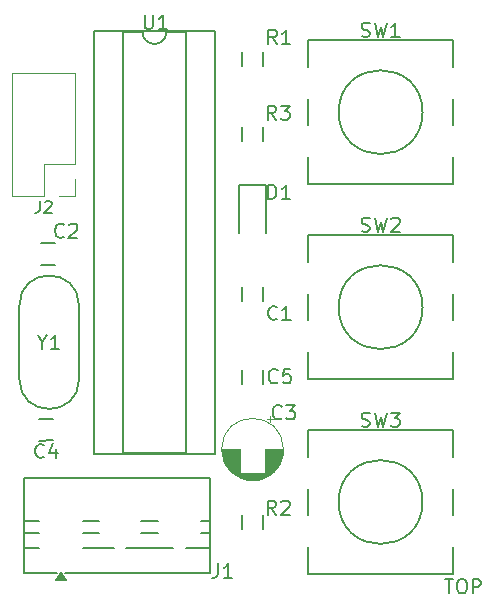
<source format=gbr>
%TF.GenerationSoftware,KiCad,Pcbnew,9.0.3*%
%TF.CreationDate,2025-07-13T15:08:49+05:30*%
%TF.ProjectId,lighting_pcb_tht,6c696768-7469-46e6-975f-7063625f7468,rev?*%
%TF.SameCoordinates,Original*%
%TF.FileFunction,Legend,Top*%
%TF.FilePolarity,Positive*%
%FSLAX46Y46*%
G04 Gerber Fmt 4.6, Leading zero omitted, Abs format (unit mm)*
G04 Created by KiCad (PCBNEW 9.0.3) date 2025-07-13 15:08:49*
%MOMM*%
%LPD*%
G01*
G04 APERTURE LIST*
%ADD10C,0.170000*%
%ADD11C,0.150000*%
%ADD12C,0.120000*%
G04 APERTURE END LIST*
D10*
X37296127Y-48054302D02*
X37981842Y-48054302D01*
X37638984Y-49254302D02*
X37638984Y-48054302D01*
X38610413Y-48054302D02*
X38838985Y-48054302D01*
X38838985Y-48054302D02*
X38953270Y-48111445D01*
X38953270Y-48111445D02*
X39067556Y-48225731D01*
X39067556Y-48225731D02*
X39124699Y-48454302D01*
X39124699Y-48454302D02*
X39124699Y-48854302D01*
X39124699Y-48854302D02*
X39067556Y-49082874D01*
X39067556Y-49082874D02*
X38953270Y-49197160D01*
X38953270Y-49197160D02*
X38838985Y-49254302D01*
X38838985Y-49254302D02*
X38610413Y-49254302D01*
X38610413Y-49254302D02*
X38496128Y-49197160D01*
X38496128Y-49197160D02*
X38381842Y-49082874D01*
X38381842Y-49082874D02*
X38324699Y-48854302D01*
X38324699Y-48854302D02*
X38324699Y-48454302D01*
X38324699Y-48454302D02*
X38381842Y-48225731D01*
X38381842Y-48225731D02*
X38496128Y-48111445D01*
X38496128Y-48111445D02*
X38610413Y-48054302D01*
X39638985Y-49254302D02*
X39638985Y-48054302D01*
X39638985Y-48054302D02*
X40096128Y-48054302D01*
X40096128Y-48054302D02*
X40210413Y-48111445D01*
X40210413Y-48111445D02*
X40267556Y-48168588D01*
X40267556Y-48168588D02*
X40324699Y-48282874D01*
X40324699Y-48282874D02*
X40324699Y-48454302D01*
X40324699Y-48454302D02*
X40267556Y-48568588D01*
X40267556Y-48568588D02*
X40210413Y-48625731D01*
X40210413Y-48625731D02*
X40096128Y-48682874D01*
X40096128Y-48682874D02*
X39638985Y-48682874D01*
X23040000Y-2728802D02*
X22640000Y-2157374D01*
X22354286Y-2728802D02*
X22354286Y-1528802D01*
X22354286Y-1528802D02*
X22811429Y-1528802D01*
X22811429Y-1528802D02*
X22925714Y-1585945D01*
X22925714Y-1585945D02*
X22982857Y-1643088D01*
X22982857Y-1643088D02*
X23040000Y-1757374D01*
X23040000Y-1757374D02*
X23040000Y-1928802D01*
X23040000Y-1928802D02*
X22982857Y-2043088D01*
X22982857Y-2043088D02*
X22925714Y-2100231D01*
X22925714Y-2100231D02*
X22811429Y-2157374D01*
X22811429Y-2157374D02*
X22354286Y-2157374D01*
X24182857Y-2728802D02*
X23497143Y-2728802D01*
X23840000Y-2728802D02*
X23840000Y-1528802D01*
X23840000Y-1528802D02*
X23725714Y-1700231D01*
X23725714Y-1700231D02*
X23611429Y-1814517D01*
X23611429Y-1814517D02*
X23497143Y-1871660D01*
X30250000Y-35079160D02*
X30421429Y-35136302D01*
X30421429Y-35136302D02*
X30707143Y-35136302D01*
X30707143Y-35136302D02*
X30821429Y-35079160D01*
X30821429Y-35079160D02*
X30878571Y-35022017D01*
X30878571Y-35022017D02*
X30935714Y-34907731D01*
X30935714Y-34907731D02*
X30935714Y-34793445D01*
X30935714Y-34793445D02*
X30878571Y-34679160D01*
X30878571Y-34679160D02*
X30821429Y-34622017D01*
X30821429Y-34622017D02*
X30707143Y-34564874D01*
X30707143Y-34564874D02*
X30478571Y-34507731D01*
X30478571Y-34507731D02*
X30364286Y-34450588D01*
X30364286Y-34450588D02*
X30307143Y-34393445D01*
X30307143Y-34393445D02*
X30250000Y-34279160D01*
X30250000Y-34279160D02*
X30250000Y-34164874D01*
X30250000Y-34164874D02*
X30307143Y-34050588D01*
X30307143Y-34050588D02*
X30364286Y-33993445D01*
X30364286Y-33993445D02*
X30478571Y-33936302D01*
X30478571Y-33936302D02*
X30764286Y-33936302D01*
X30764286Y-33936302D02*
X30935714Y-33993445D01*
X31335714Y-33936302D02*
X31621428Y-35136302D01*
X31621428Y-35136302D02*
X31850000Y-34279160D01*
X31850000Y-34279160D02*
X32078571Y-35136302D01*
X32078571Y-35136302D02*
X32364286Y-33936302D01*
X32707143Y-33936302D02*
X33450000Y-33936302D01*
X33450000Y-33936302D02*
X33050000Y-34393445D01*
X33050000Y-34393445D02*
X33221429Y-34393445D01*
X33221429Y-34393445D02*
X33335715Y-34450588D01*
X33335715Y-34450588D02*
X33392857Y-34507731D01*
X33392857Y-34507731D02*
X33450000Y-34622017D01*
X33450000Y-34622017D02*
X33450000Y-34907731D01*
X33450000Y-34907731D02*
X33392857Y-35022017D01*
X33392857Y-35022017D02*
X33335715Y-35079160D01*
X33335715Y-35079160D02*
X33221429Y-35136302D01*
X33221429Y-35136302D02*
X32878572Y-35136302D01*
X32878572Y-35136302D02*
X32764286Y-35079160D01*
X32764286Y-35079160D02*
X32707143Y-35022017D01*
X30250000Y-18569160D02*
X30421429Y-18626302D01*
X30421429Y-18626302D02*
X30707143Y-18626302D01*
X30707143Y-18626302D02*
X30821429Y-18569160D01*
X30821429Y-18569160D02*
X30878571Y-18512017D01*
X30878571Y-18512017D02*
X30935714Y-18397731D01*
X30935714Y-18397731D02*
X30935714Y-18283445D01*
X30935714Y-18283445D02*
X30878571Y-18169160D01*
X30878571Y-18169160D02*
X30821429Y-18112017D01*
X30821429Y-18112017D02*
X30707143Y-18054874D01*
X30707143Y-18054874D02*
X30478571Y-17997731D01*
X30478571Y-17997731D02*
X30364286Y-17940588D01*
X30364286Y-17940588D02*
X30307143Y-17883445D01*
X30307143Y-17883445D02*
X30250000Y-17769160D01*
X30250000Y-17769160D02*
X30250000Y-17654874D01*
X30250000Y-17654874D02*
X30307143Y-17540588D01*
X30307143Y-17540588D02*
X30364286Y-17483445D01*
X30364286Y-17483445D02*
X30478571Y-17426302D01*
X30478571Y-17426302D02*
X30764286Y-17426302D01*
X30764286Y-17426302D02*
X30935714Y-17483445D01*
X31335714Y-17426302D02*
X31621428Y-18626302D01*
X31621428Y-18626302D02*
X31850000Y-17769160D01*
X31850000Y-17769160D02*
X32078571Y-18626302D01*
X32078571Y-18626302D02*
X32364286Y-17426302D01*
X32764286Y-17540588D02*
X32821429Y-17483445D01*
X32821429Y-17483445D02*
X32935715Y-17426302D01*
X32935715Y-17426302D02*
X33221429Y-17426302D01*
X33221429Y-17426302D02*
X33335715Y-17483445D01*
X33335715Y-17483445D02*
X33392857Y-17540588D01*
X33392857Y-17540588D02*
X33450000Y-17654874D01*
X33450000Y-17654874D02*
X33450000Y-17769160D01*
X33450000Y-17769160D02*
X33392857Y-17940588D01*
X33392857Y-17940588D02*
X32707143Y-18626302D01*
X32707143Y-18626302D02*
X33450000Y-18626302D01*
X23460000Y-34402017D02*
X23402857Y-34459160D01*
X23402857Y-34459160D02*
X23231429Y-34516302D01*
X23231429Y-34516302D02*
X23117143Y-34516302D01*
X23117143Y-34516302D02*
X22945714Y-34459160D01*
X22945714Y-34459160D02*
X22831429Y-34344874D01*
X22831429Y-34344874D02*
X22774286Y-34230588D01*
X22774286Y-34230588D02*
X22717143Y-34002017D01*
X22717143Y-34002017D02*
X22717143Y-33830588D01*
X22717143Y-33830588D02*
X22774286Y-33602017D01*
X22774286Y-33602017D02*
X22831429Y-33487731D01*
X22831429Y-33487731D02*
X22945714Y-33373445D01*
X22945714Y-33373445D02*
X23117143Y-33316302D01*
X23117143Y-33316302D02*
X23231429Y-33316302D01*
X23231429Y-33316302D02*
X23402857Y-33373445D01*
X23402857Y-33373445D02*
X23460000Y-33430588D01*
X23860000Y-33316302D02*
X24602857Y-33316302D01*
X24602857Y-33316302D02*
X24202857Y-33773445D01*
X24202857Y-33773445D02*
X24374286Y-33773445D01*
X24374286Y-33773445D02*
X24488572Y-33830588D01*
X24488572Y-33830588D02*
X24545714Y-33887731D01*
X24545714Y-33887731D02*
X24602857Y-34002017D01*
X24602857Y-34002017D02*
X24602857Y-34287731D01*
X24602857Y-34287731D02*
X24545714Y-34402017D01*
X24545714Y-34402017D02*
X24488572Y-34459160D01*
X24488572Y-34459160D02*
X24374286Y-34516302D01*
X24374286Y-34516302D02*
X24031429Y-34516302D01*
X24031429Y-34516302D02*
X23917143Y-34459160D01*
X23917143Y-34459160D02*
X23860000Y-34402017D01*
D11*
X2996666Y-16034819D02*
X2996666Y-16749104D01*
X2996666Y-16749104D02*
X2949047Y-16891961D01*
X2949047Y-16891961D02*
X2853809Y-16987200D01*
X2853809Y-16987200D02*
X2710952Y-17034819D01*
X2710952Y-17034819D02*
X2615714Y-17034819D01*
X3425238Y-16130057D02*
X3472857Y-16082438D01*
X3472857Y-16082438D02*
X3568095Y-16034819D01*
X3568095Y-16034819D02*
X3806190Y-16034819D01*
X3806190Y-16034819D02*
X3901428Y-16082438D01*
X3901428Y-16082438D02*
X3949047Y-16130057D01*
X3949047Y-16130057D02*
X3996666Y-16225295D01*
X3996666Y-16225295D02*
X3996666Y-16320533D01*
X3996666Y-16320533D02*
X3949047Y-16463390D01*
X3949047Y-16463390D02*
X3377619Y-17034819D01*
X3377619Y-17034819D02*
X3996666Y-17034819D01*
D10*
X18070000Y-46716302D02*
X18070000Y-47573445D01*
X18070000Y-47573445D02*
X18012857Y-47744874D01*
X18012857Y-47744874D02*
X17898571Y-47859160D01*
X17898571Y-47859160D02*
X17727143Y-47916302D01*
X17727143Y-47916302D02*
X17612857Y-47916302D01*
X19270000Y-47916302D02*
X18584286Y-47916302D01*
X18927143Y-47916302D02*
X18927143Y-46716302D01*
X18927143Y-46716302D02*
X18812857Y-46887731D01*
X18812857Y-46887731D02*
X18698572Y-47002017D01*
X18698572Y-47002017D02*
X18584286Y-47059160D01*
X22344286Y-15848802D02*
X22344286Y-14648802D01*
X22344286Y-14648802D02*
X22630000Y-14648802D01*
X22630000Y-14648802D02*
X22801429Y-14705945D01*
X22801429Y-14705945D02*
X22915714Y-14820231D01*
X22915714Y-14820231D02*
X22972857Y-14934517D01*
X22972857Y-14934517D02*
X23030000Y-15163088D01*
X23030000Y-15163088D02*
X23030000Y-15334517D01*
X23030000Y-15334517D02*
X22972857Y-15563088D01*
X22972857Y-15563088D02*
X22915714Y-15677374D01*
X22915714Y-15677374D02*
X22801429Y-15791660D01*
X22801429Y-15791660D02*
X22630000Y-15848802D01*
X22630000Y-15848802D02*
X22344286Y-15848802D01*
X24172857Y-15848802D02*
X23487143Y-15848802D01*
X23830000Y-15848802D02*
X23830000Y-14648802D01*
X23830000Y-14648802D02*
X23715714Y-14820231D01*
X23715714Y-14820231D02*
X23601429Y-14934517D01*
X23601429Y-14934517D02*
X23487143Y-14991660D01*
X11865714Y-276302D02*
X11865714Y-1247731D01*
X11865714Y-1247731D02*
X11922857Y-1362017D01*
X11922857Y-1362017D02*
X11980000Y-1419160D01*
X11980000Y-1419160D02*
X12094285Y-1476302D01*
X12094285Y-1476302D02*
X12322857Y-1476302D01*
X12322857Y-1476302D02*
X12437142Y-1419160D01*
X12437142Y-1419160D02*
X12494285Y-1362017D01*
X12494285Y-1362017D02*
X12551428Y-1247731D01*
X12551428Y-1247731D02*
X12551428Y-276302D01*
X13751428Y-1476302D02*
X13065714Y-1476302D01*
X13408571Y-1476302D02*
X13408571Y-276302D01*
X13408571Y-276302D02*
X13294285Y-447731D01*
X13294285Y-447731D02*
X13180000Y-562017D01*
X13180000Y-562017D02*
X13065714Y-619160D01*
X23000000Y-42596302D02*
X22600000Y-42024874D01*
X22314286Y-42596302D02*
X22314286Y-41396302D01*
X22314286Y-41396302D02*
X22771429Y-41396302D01*
X22771429Y-41396302D02*
X22885714Y-41453445D01*
X22885714Y-41453445D02*
X22942857Y-41510588D01*
X22942857Y-41510588D02*
X23000000Y-41624874D01*
X23000000Y-41624874D02*
X23000000Y-41796302D01*
X23000000Y-41796302D02*
X22942857Y-41910588D01*
X22942857Y-41910588D02*
X22885714Y-41967731D01*
X22885714Y-41967731D02*
X22771429Y-42024874D01*
X22771429Y-42024874D02*
X22314286Y-42024874D01*
X23457143Y-41510588D02*
X23514286Y-41453445D01*
X23514286Y-41453445D02*
X23628572Y-41396302D01*
X23628572Y-41396302D02*
X23914286Y-41396302D01*
X23914286Y-41396302D02*
X24028572Y-41453445D01*
X24028572Y-41453445D02*
X24085714Y-41510588D01*
X24085714Y-41510588D02*
X24142857Y-41624874D01*
X24142857Y-41624874D02*
X24142857Y-41739160D01*
X24142857Y-41739160D02*
X24085714Y-41910588D01*
X24085714Y-41910588D02*
X23400000Y-42596302D01*
X23400000Y-42596302D02*
X24142857Y-42596302D01*
X5020000Y-19032017D02*
X4962857Y-19089160D01*
X4962857Y-19089160D02*
X4791429Y-19146302D01*
X4791429Y-19146302D02*
X4677143Y-19146302D01*
X4677143Y-19146302D02*
X4505714Y-19089160D01*
X4505714Y-19089160D02*
X4391429Y-18974874D01*
X4391429Y-18974874D02*
X4334286Y-18860588D01*
X4334286Y-18860588D02*
X4277143Y-18632017D01*
X4277143Y-18632017D02*
X4277143Y-18460588D01*
X4277143Y-18460588D02*
X4334286Y-18232017D01*
X4334286Y-18232017D02*
X4391429Y-18117731D01*
X4391429Y-18117731D02*
X4505714Y-18003445D01*
X4505714Y-18003445D02*
X4677143Y-17946302D01*
X4677143Y-17946302D02*
X4791429Y-17946302D01*
X4791429Y-17946302D02*
X4962857Y-18003445D01*
X4962857Y-18003445D02*
X5020000Y-18060588D01*
X5477143Y-18060588D02*
X5534286Y-18003445D01*
X5534286Y-18003445D02*
X5648572Y-17946302D01*
X5648572Y-17946302D02*
X5934286Y-17946302D01*
X5934286Y-17946302D02*
X6048572Y-18003445D01*
X6048572Y-18003445D02*
X6105714Y-18060588D01*
X6105714Y-18060588D02*
X6162857Y-18174874D01*
X6162857Y-18174874D02*
X6162857Y-18289160D01*
X6162857Y-18289160D02*
X6105714Y-18460588D01*
X6105714Y-18460588D02*
X5420000Y-19146302D01*
X5420000Y-19146302D02*
X6162857Y-19146302D01*
X23120000Y-31334517D02*
X23062857Y-31391660D01*
X23062857Y-31391660D02*
X22891429Y-31448802D01*
X22891429Y-31448802D02*
X22777143Y-31448802D01*
X22777143Y-31448802D02*
X22605714Y-31391660D01*
X22605714Y-31391660D02*
X22491429Y-31277374D01*
X22491429Y-31277374D02*
X22434286Y-31163088D01*
X22434286Y-31163088D02*
X22377143Y-30934517D01*
X22377143Y-30934517D02*
X22377143Y-30763088D01*
X22377143Y-30763088D02*
X22434286Y-30534517D01*
X22434286Y-30534517D02*
X22491429Y-30420231D01*
X22491429Y-30420231D02*
X22605714Y-30305945D01*
X22605714Y-30305945D02*
X22777143Y-30248802D01*
X22777143Y-30248802D02*
X22891429Y-30248802D01*
X22891429Y-30248802D02*
X23062857Y-30305945D01*
X23062857Y-30305945D02*
X23120000Y-30363088D01*
X24205714Y-30248802D02*
X23634286Y-30248802D01*
X23634286Y-30248802D02*
X23577143Y-30820231D01*
X23577143Y-30820231D02*
X23634286Y-30763088D01*
X23634286Y-30763088D02*
X23748572Y-30705945D01*
X23748572Y-30705945D02*
X24034286Y-30705945D01*
X24034286Y-30705945D02*
X24148572Y-30763088D01*
X24148572Y-30763088D02*
X24205714Y-30820231D01*
X24205714Y-30820231D02*
X24262857Y-30934517D01*
X24262857Y-30934517D02*
X24262857Y-31220231D01*
X24262857Y-31220231D02*
X24205714Y-31334517D01*
X24205714Y-31334517D02*
X24148572Y-31391660D01*
X24148572Y-31391660D02*
X24034286Y-31448802D01*
X24034286Y-31448802D02*
X23748572Y-31448802D01*
X23748572Y-31448802D02*
X23634286Y-31391660D01*
X23634286Y-31391660D02*
X23577143Y-31334517D01*
X23080000Y-25992017D02*
X23022857Y-26049160D01*
X23022857Y-26049160D02*
X22851429Y-26106302D01*
X22851429Y-26106302D02*
X22737143Y-26106302D01*
X22737143Y-26106302D02*
X22565714Y-26049160D01*
X22565714Y-26049160D02*
X22451429Y-25934874D01*
X22451429Y-25934874D02*
X22394286Y-25820588D01*
X22394286Y-25820588D02*
X22337143Y-25592017D01*
X22337143Y-25592017D02*
X22337143Y-25420588D01*
X22337143Y-25420588D02*
X22394286Y-25192017D01*
X22394286Y-25192017D02*
X22451429Y-25077731D01*
X22451429Y-25077731D02*
X22565714Y-24963445D01*
X22565714Y-24963445D02*
X22737143Y-24906302D01*
X22737143Y-24906302D02*
X22851429Y-24906302D01*
X22851429Y-24906302D02*
X23022857Y-24963445D01*
X23022857Y-24963445D02*
X23080000Y-25020588D01*
X24222857Y-26106302D02*
X23537143Y-26106302D01*
X23880000Y-26106302D02*
X23880000Y-24906302D01*
X23880000Y-24906302D02*
X23765714Y-25077731D01*
X23765714Y-25077731D02*
X23651429Y-25192017D01*
X23651429Y-25192017D02*
X23537143Y-25249160D01*
X23000000Y-9148802D02*
X22600000Y-8577374D01*
X22314286Y-9148802D02*
X22314286Y-7948802D01*
X22314286Y-7948802D02*
X22771429Y-7948802D01*
X22771429Y-7948802D02*
X22885714Y-8005945D01*
X22885714Y-8005945D02*
X22942857Y-8063088D01*
X22942857Y-8063088D02*
X23000000Y-8177374D01*
X23000000Y-8177374D02*
X23000000Y-8348802D01*
X23000000Y-8348802D02*
X22942857Y-8463088D01*
X22942857Y-8463088D02*
X22885714Y-8520231D01*
X22885714Y-8520231D02*
X22771429Y-8577374D01*
X22771429Y-8577374D02*
X22314286Y-8577374D01*
X23400000Y-7948802D02*
X24142857Y-7948802D01*
X24142857Y-7948802D02*
X23742857Y-8405945D01*
X23742857Y-8405945D02*
X23914286Y-8405945D01*
X23914286Y-8405945D02*
X24028572Y-8463088D01*
X24028572Y-8463088D02*
X24085714Y-8520231D01*
X24085714Y-8520231D02*
X24142857Y-8634517D01*
X24142857Y-8634517D02*
X24142857Y-8920231D01*
X24142857Y-8920231D02*
X24085714Y-9034517D01*
X24085714Y-9034517D02*
X24028572Y-9091660D01*
X24028572Y-9091660D02*
X23914286Y-9148802D01*
X23914286Y-9148802D02*
X23571429Y-9148802D01*
X23571429Y-9148802D02*
X23457143Y-9091660D01*
X23457143Y-9091660D02*
X23400000Y-9034517D01*
X3347500Y-37682017D02*
X3290357Y-37739160D01*
X3290357Y-37739160D02*
X3118929Y-37796302D01*
X3118929Y-37796302D02*
X3004643Y-37796302D01*
X3004643Y-37796302D02*
X2833214Y-37739160D01*
X2833214Y-37739160D02*
X2718929Y-37624874D01*
X2718929Y-37624874D02*
X2661786Y-37510588D01*
X2661786Y-37510588D02*
X2604643Y-37282017D01*
X2604643Y-37282017D02*
X2604643Y-37110588D01*
X2604643Y-37110588D02*
X2661786Y-36882017D01*
X2661786Y-36882017D02*
X2718929Y-36767731D01*
X2718929Y-36767731D02*
X2833214Y-36653445D01*
X2833214Y-36653445D02*
X3004643Y-36596302D01*
X3004643Y-36596302D02*
X3118929Y-36596302D01*
X3118929Y-36596302D02*
X3290357Y-36653445D01*
X3290357Y-36653445D02*
X3347500Y-36710588D01*
X4376072Y-36996302D02*
X4376072Y-37796302D01*
X4090357Y-36539160D02*
X3804643Y-37396302D01*
X3804643Y-37396302D02*
X4547500Y-37396302D01*
X30250000Y-2079160D02*
X30421429Y-2136302D01*
X30421429Y-2136302D02*
X30707143Y-2136302D01*
X30707143Y-2136302D02*
X30821429Y-2079160D01*
X30821429Y-2079160D02*
X30878571Y-2022017D01*
X30878571Y-2022017D02*
X30935714Y-1907731D01*
X30935714Y-1907731D02*
X30935714Y-1793445D01*
X30935714Y-1793445D02*
X30878571Y-1679160D01*
X30878571Y-1679160D02*
X30821429Y-1622017D01*
X30821429Y-1622017D02*
X30707143Y-1564874D01*
X30707143Y-1564874D02*
X30478571Y-1507731D01*
X30478571Y-1507731D02*
X30364286Y-1450588D01*
X30364286Y-1450588D02*
X30307143Y-1393445D01*
X30307143Y-1393445D02*
X30250000Y-1279160D01*
X30250000Y-1279160D02*
X30250000Y-1164874D01*
X30250000Y-1164874D02*
X30307143Y-1050588D01*
X30307143Y-1050588D02*
X30364286Y-993445D01*
X30364286Y-993445D02*
X30478571Y-936302D01*
X30478571Y-936302D02*
X30764286Y-936302D01*
X30764286Y-936302D02*
X30935714Y-993445D01*
X31335714Y-936302D02*
X31621428Y-2136302D01*
X31621428Y-2136302D02*
X31850000Y-1279160D01*
X31850000Y-1279160D02*
X32078571Y-2136302D01*
X32078571Y-2136302D02*
X32364286Y-936302D01*
X33450000Y-2136302D02*
X32764286Y-2136302D01*
X33107143Y-2136302D02*
X33107143Y-936302D01*
X33107143Y-936302D02*
X32992857Y-1107731D01*
X32992857Y-1107731D02*
X32878572Y-1222017D01*
X32878572Y-1222017D02*
X32764286Y-1279160D01*
X3218571Y-27964874D02*
X3218571Y-28536302D01*
X2818571Y-27336302D02*
X3218571Y-27964874D01*
X3218571Y-27964874D02*
X3618571Y-27336302D01*
X4647142Y-28536302D02*
X3961428Y-28536302D01*
X4304285Y-28536302D02*
X4304285Y-27336302D01*
X4304285Y-27336302D02*
X4189999Y-27507731D01*
X4189999Y-27507731D02*
X4075714Y-27622017D01*
X4075714Y-27622017D02*
X3961428Y-27679160D01*
%TO.C,R1*%
X20090000Y-3410000D02*
X20090000Y-4610000D01*
X21910000Y-3410000D02*
X21910000Y-4610000D01*
%TO.C,SW3*%
X25740000Y-35400000D02*
X25740000Y-37710000D01*
X25740000Y-35400000D02*
X37960000Y-35400000D01*
X25740000Y-40410000D02*
X25740000Y-42610000D01*
X25740000Y-45310000D02*
X25740000Y-47620000D01*
X37960000Y-35400000D02*
X37960000Y-37710000D01*
X37960000Y-40410000D02*
X37960000Y-42610000D01*
X37960000Y-45310000D02*
X37960000Y-47620000D01*
X37960000Y-47620000D02*
X25740000Y-47620000D01*
X35400000Y-41510000D02*
G75*
G02*
X28300000Y-41510000I-3550000J0D01*
G01*
X28300000Y-41510000D02*
G75*
G02*
X35400000Y-41510000I3550000J0D01*
G01*
%TO.C,SW2*%
X25740000Y-18900000D02*
X25740000Y-21210000D01*
X25740000Y-18900000D02*
X37960000Y-18900000D01*
X25740000Y-23910000D02*
X25740000Y-26110000D01*
X25740000Y-28810000D02*
X25740000Y-31120000D01*
X37960000Y-18900000D02*
X37960000Y-21210000D01*
X37960000Y-23910000D02*
X37960000Y-26110000D01*
X37960000Y-28810000D02*
X37960000Y-31120000D01*
X37960000Y-31120000D02*
X25740000Y-31120000D01*
X35400000Y-25010000D02*
G75*
G02*
X28300000Y-25010000I-3550000J0D01*
G01*
X28300000Y-25010000D02*
G75*
G02*
X35400000Y-25010000I3550000J0D01*
G01*
D12*
%TO.C,C3*%
X19960000Y-37050000D02*
X18420000Y-37050000D01*
X19960000Y-37090000D02*
X18420000Y-37090000D01*
X19960000Y-37130000D02*
X18421000Y-37130000D01*
X19960000Y-37170000D02*
X18423000Y-37170000D01*
X19960000Y-37210000D02*
X18425000Y-37210000D01*
X19960000Y-37250000D02*
X18428000Y-37250000D01*
X19960000Y-37290000D02*
X18431000Y-37290000D01*
X19960000Y-37330000D02*
X18435000Y-37330000D01*
X19960000Y-37370000D02*
X18440000Y-37370000D01*
X19960000Y-37410000D02*
X18445000Y-37410000D01*
X19960000Y-37450000D02*
X18451000Y-37450000D01*
X19960000Y-37490000D02*
X18457000Y-37490000D01*
X19960000Y-37530000D02*
X18464000Y-37530000D01*
X19960000Y-37570000D02*
X18472000Y-37570000D01*
X19960000Y-37610000D02*
X18481000Y-37610000D01*
X19960000Y-37650000D02*
X18490000Y-37650000D01*
X19960000Y-37690000D02*
X18499000Y-37690000D01*
X19960000Y-37730000D02*
X18510000Y-37730000D01*
X19960000Y-37770000D02*
X18521000Y-37770000D01*
X19960000Y-37810000D02*
X18533000Y-37810000D01*
X19960000Y-37850000D02*
X18545000Y-37850000D01*
X19960000Y-37890000D02*
X18558000Y-37890000D01*
X19960000Y-37930000D02*
X18572000Y-37930000D01*
X19960000Y-37970000D02*
X18587000Y-37970000D01*
X19960000Y-38010000D02*
X18602000Y-38010000D01*
X19960000Y-38050000D02*
X18618000Y-38050000D01*
X19960000Y-38090000D02*
X18635000Y-38090000D01*
X19960000Y-38130000D02*
X18653000Y-38130000D01*
X19960000Y-38170000D02*
X18671000Y-38170000D01*
X19960000Y-38210000D02*
X18691000Y-38210000D01*
X19960000Y-38250000D02*
X18711000Y-38250000D01*
X19960000Y-38290000D02*
X18732000Y-38290000D01*
X19960000Y-38330000D02*
X18754000Y-38330000D01*
X19960000Y-38370000D02*
X18777000Y-38370000D01*
X19960000Y-38410000D02*
X18801000Y-38410000D01*
X19960000Y-38450000D02*
X18825000Y-38450000D01*
X19960000Y-38490000D02*
X18851000Y-38490000D01*
X19960000Y-38530000D02*
X18878000Y-38530000D01*
X19960000Y-38570000D02*
X18906000Y-38570000D01*
X19960000Y-38610000D02*
X18935000Y-38610000D01*
X19960000Y-38650000D02*
X18965000Y-38650000D01*
X19960000Y-38690000D02*
X18997000Y-38690000D01*
X19960000Y-38730000D02*
X19030000Y-38730000D01*
X19960000Y-38770000D02*
X19064000Y-38770000D01*
X19960000Y-38810000D02*
X19099000Y-38810000D01*
X19960000Y-38850000D02*
X19136000Y-38850000D01*
X19960000Y-38890000D02*
X19175000Y-38890000D01*
X19960000Y-38930000D02*
X19215000Y-38930000D01*
X19960000Y-38970000D02*
X19257000Y-38970000D01*
X19960000Y-39010000D02*
X19301000Y-39010000D01*
X19960000Y-39050000D02*
X19348000Y-39050000D01*
X21283000Y-39650000D02*
X20717000Y-39650000D01*
X21517000Y-39610000D02*
X20483000Y-39610000D01*
X21677000Y-39570000D02*
X20323000Y-39570000D01*
X21805000Y-39530000D02*
X20195000Y-39530000D01*
X21914000Y-39490000D02*
X20086000Y-39490000D01*
X22011000Y-39450000D02*
X19989000Y-39450000D01*
X22098000Y-39410000D02*
X19902000Y-39410000D01*
X22177000Y-39370000D02*
X19823000Y-39370000D01*
X22251000Y-39330000D02*
X19749000Y-39330000D01*
X22319000Y-39290000D02*
X19681000Y-39290000D01*
X22383000Y-39250000D02*
X19617000Y-39250000D01*
X22443000Y-39210000D02*
X19557000Y-39210000D01*
X22475000Y-34245225D02*
X22475000Y-34745225D01*
X22499000Y-39170000D02*
X19501000Y-39170000D01*
X22553000Y-39130000D02*
X19447000Y-39130000D01*
X22604000Y-39090000D02*
X19396000Y-39090000D01*
X22652000Y-39050000D02*
X22040000Y-39050000D01*
X22699000Y-39010000D02*
X22040000Y-39010000D01*
X22725000Y-34495225D02*
X22225000Y-34495225D01*
X22743000Y-38970000D02*
X22040000Y-38970000D01*
X22785000Y-38930000D02*
X22040000Y-38930000D01*
X22825000Y-38890000D02*
X22040000Y-38890000D01*
X22864000Y-38850000D02*
X22040000Y-38850000D01*
X22901000Y-38810000D02*
X22040000Y-38810000D01*
X22936000Y-38770000D02*
X22040000Y-38770000D01*
X22970000Y-38730000D02*
X22040000Y-38730000D01*
X23003000Y-38690000D02*
X22040000Y-38690000D01*
X23035000Y-38650000D02*
X22040000Y-38650000D01*
X23065000Y-38610000D02*
X22040000Y-38610000D01*
X23094000Y-38570000D02*
X22040000Y-38570000D01*
X23122000Y-38530000D02*
X22040000Y-38530000D01*
X23149000Y-38490000D02*
X22040000Y-38490000D01*
X23175000Y-38450000D02*
X22040000Y-38450000D01*
X23199000Y-38410000D02*
X22040000Y-38410000D01*
X23223000Y-38370000D02*
X22040000Y-38370000D01*
X23246000Y-38330000D02*
X22040000Y-38330000D01*
X23268000Y-38290000D02*
X22040000Y-38290000D01*
X23289000Y-38250000D02*
X22040000Y-38250000D01*
X23309000Y-38210000D02*
X22040000Y-38210000D01*
X23329000Y-38170000D02*
X22040000Y-38170000D01*
X23347000Y-38130000D02*
X22040000Y-38130000D01*
X23365000Y-38090000D02*
X22040000Y-38090000D01*
X23382000Y-38050000D02*
X22040000Y-38050000D01*
X23398000Y-38010000D02*
X22040000Y-38010000D01*
X23413000Y-37970000D02*
X22040000Y-37970000D01*
X23428000Y-37930000D02*
X22040000Y-37930000D01*
X23442000Y-37890000D02*
X22040000Y-37890000D01*
X23455000Y-37850000D02*
X22040000Y-37850000D01*
X23467000Y-37810000D02*
X22040000Y-37810000D01*
X23479000Y-37770000D02*
X22040000Y-37770000D01*
X23490000Y-37730000D02*
X22040000Y-37730000D01*
X23501000Y-37690000D02*
X22040000Y-37690000D01*
X23510000Y-37650000D02*
X22040000Y-37650000D01*
X23519000Y-37610000D02*
X22040000Y-37610000D01*
X23528000Y-37570000D02*
X22040000Y-37570000D01*
X23536000Y-37530000D02*
X22040000Y-37530000D01*
X23543000Y-37490000D02*
X22040000Y-37490000D01*
X23549000Y-37450000D02*
X22040000Y-37450000D01*
X23555000Y-37410000D02*
X22040000Y-37410000D01*
X23560000Y-37370000D02*
X22040000Y-37370000D01*
X23565000Y-37330000D02*
X22040000Y-37330000D01*
X23569000Y-37290000D02*
X22040000Y-37290000D01*
X23572000Y-37250000D02*
X22040000Y-37250000D01*
X23575000Y-37210000D02*
X22040000Y-37210000D01*
X23577000Y-37170000D02*
X22040000Y-37170000D01*
X23579000Y-37130000D02*
X22040000Y-37130000D01*
X23580000Y-37050000D02*
X22040000Y-37050000D01*
X23580000Y-37090000D02*
X22040000Y-37090000D01*
X23620000Y-37050000D02*
G75*
G02*
X18380000Y-37050000I-2620000J0D01*
G01*
X18380000Y-37050000D02*
G75*
G02*
X23620000Y-37050000I2620000J0D01*
G01*
%TO.C,J2*%
X680000Y-15580000D02*
X680000Y-5200000D01*
X3330000Y-12930000D02*
X3330000Y-15580000D01*
X3330000Y-15580000D02*
X680000Y-15580000D01*
X5980000Y-5200000D02*
X680000Y-5200000D01*
X5980000Y-12930000D02*
X3330000Y-12930000D01*
X5980000Y-12930000D02*
X5980000Y-5200000D01*
X5980000Y-14200000D02*
X5980000Y-15580000D01*
X5980000Y-15580000D02*
X4600000Y-15580000D01*
D10*
%TO.C,J1*%
X1670000Y-39490000D02*
X1670000Y-47530000D01*
X1670000Y-39490000D02*
X17410000Y-39490000D01*
X1670000Y-43110000D02*
X2910000Y-43110000D01*
X1670000Y-44110000D02*
X2910000Y-44110000D01*
X1670000Y-45410000D02*
X2910000Y-45410000D01*
X1670000Y-47530000D02*
X4490000Y-47530000D01*
X5090000Y-47530000D02*
X17410000Y-47530000D01*
X6670000Y-43110000D02*
X7978000Y-43110000D01*
X6670000Y-44110000D02*
X7978000Y-44110000D01*
X6670000Y-45410000D02*
X9247000Y-45410000D01*
X10333000Y-45410000D02*
X14247000Y-45410000D01*
X11602000Y-43110000D02*
X12978000Y-43110000D01*
X11602000Y-44110000D02*
X12978000Y-44110000D01*
X15333000Y-45410000D02*
X17410000Y-45410000D01*
X16602000Y-43110000D02*
X17410000Y-43110000D01*
X16602000Y-44110000D02*
X17410000Y-44110000D01*
X17410000Y-39490000D02*
X17410000Y-47530000D01*
X5230000Y-48140000D02*
X4350000Y-48140000D01*
X4790000Y-47530000D01*
X5230000Y-48140000D01*
G36*
X5230000Y-48140000D02*
G01*
X4350000Y-48140000D01*
X4790000Y-47530000D01*
X5230000Y-48140000D01*
G37*
%TO.C,D1*%
X19865000Y-14640000D02*
X19865000Y-18700000D01*
X22135000Y-14640000D02*
X19865000Y-14640000D01*
X22135000Y-18700000D02*
X22135000Y-14640000D01*
%TO.C,U1*%
X10050000Y-1720000D02*
X10050000Y-37400000D01*
X10050000Y-37400000D02*
X15350000Y-37400000D01*
X11700000Y-1720000D02*
X10050000Y-1720000D01*
D12*
X15350000Y-1720000D02*
X13700000Y-1720000D01*
D10*
X15350000Y-37400000D02*
X15350000Y-1720000D01*
X7560000Y-1660000D02*
X17840000Y-1660000D01*
X17840000Y-37460000D01*
X7560000Y-37460000D01*
X7560000Y-1660000D01*
X13700000Y-1720000D02*
G75*
G02*
X11700000Y-1720000I-1000000J0D01*
G01*
%TO.C,R2*%
X20090000Y-42610000D02*
X20090000Y-43810000D01*
X21910000Y-42610000D02*
X21910000Y-43810000D01*
%TO.C,C2*%
X4320000Y-19600000D02*
X3120000Y-19600000D01*
X4320000Y-21410000D02*
X3120000Y-21420000D01*
%TO.C,C5*%
X20090000Y-30350000D02*
X20090000Y-31550000D01*
X21900000Y-30350000D02*
X21910000Y-31550000D01*
%TO.C,C1*%
X20090000Y-23300000D02*
X20090000Y-24500000D01*
X21900000Y-23300000D02*
X21910000Y-24500000D01*
%TO.C,R3*%
X20090000Y-9740000D02*
X20090000Y-10940000D01*
X21910000Y-9740000D02*
X21910000Y-10940000D01*
%TO.C,C4*%
X4147500Y-34490000D02*
X2947500Y-34490000D01*
X4147500Y-36300000D02*
X2947500Y-36310000D01*
%TO.C,SW1*%
X25740000Y-2390000D02*
X25740000Y-4700000D01*
X25740000Y-2390000D02*
X37960000Y-2390000D01*
X25740000Y-7400000D02*
X25740000Y-9600000D01*
X25740000Y-12300000D02*
X25740000Y-14610000D01*
X37960000Y-2390000D02*
X37960000Y-4700000D01*
X37960000Y-7400000D02*
X37960000Y-9600000D01*
X37960000Y-12300000D02*
X37960000Y-14610000D01*
X37960000Y-14610000D02*
X25740000Y-14610000D01*
X35400000Y-8500000D02*
G75*
G02*
X28300000Y-8500000I-3550000J0D01*
G01*
X28300000Y-8500000D02*
G75*
G02*
X35400000Y-8500000I3550000J0D01*
G01*
%TO.C,Y1*%
X1265000Y-24855000D02*
X1265000Y-31105000D01*
X6315000Y-24855000D02*
X6315000Y-31105000D01*
X1265000Y-24855000D02*
G75*
G02*
X6315000Y-24855000I2525000J0D01*
G01*
X6315000Y-31105000D02*
G75*
G02*
X1265000Y-31105000I-2525000J0D01*
G01*
%TD*%
M02*

</source>
